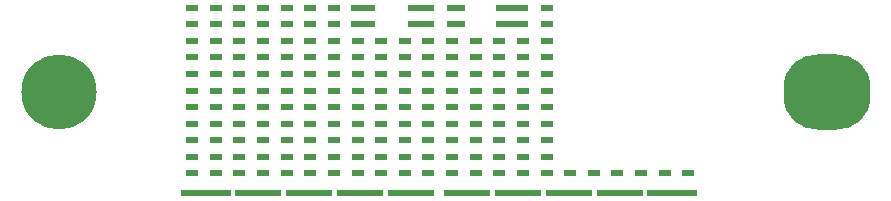
<source format=gbr>
%TF.GenerationSoftware,KiCad,Pcbnew,7.0.6*%
%TF.CreationDate,2023-08-28T17:18:35-05:00*%
%TF.ProjectId,TFPX_croc_stencil_1x2,54465058-5f63-4726-9f63-5f7374656e63,rev?*%
%TF.SameCoordinates,Original*%
%TF.FileFunction,Copper,L1,Top*%
%TF.FilePolarity,Positive*%
%FSLAX46Y46*%
G04 Gerber Fmt 4.6, Leading zero omitted, Abs format (unit mm)*
G04 Created by KiCad (PCBNEW 7.0.6) date 2023-08-28 17:18:35*
%MOMM*%
%LPD*%
G01*
G04 APERTURE LIST*
G04 Aperture macros list*
%AMRoundRect*
0 Rectangle with rounded corners*
0 $1 Rounding radius*
0 $2 $3 $4 $5 $6 $7 $8 $9 X,Y pos of 4 corners*
0 Add a 4 corners polygon primitive as box body*
4,1,4,$2,$3,$4,$5,$6,$7,$8,$9,$2,$3,0*
0 Add four circle primitives for the rounded corners*
1,1,$1+$1,$2,$3*
1,1,$1+$1,$4,$5*
1,1,$1+$1,$6,$7*
1,1,$1+$1,$8,$9*
0 Add four rect primitives between the rounded corners*
20,1,$1+$1,$2,$3,$4,$5,0*
20,1,$1+$1,$4,$5,$6,$7,0*
20,1,$1+$1,$6,$7,$8,$9,0*
20,1,$1+$1,$8,$9,$2,$3,0*%
G04 Aperture macros list end*
%TA.AperFunction,SMDPad,CuDef*%
%ADD10C,6.360000*%
%TD*%
%TA.AperFunction,SMDPad,CuDef*%
%ADD11R,1.000000X0.500000*%
%TD*%
%TA.AperFunction,SMDPad,CuDef*%
%ADD12R,4.200000X0.500000*%
%TD*%
%TA.AperFunction,SMDPad,CuDef*%
%ADD13R,4.000000X0.500000*%
%TD*%
%TA.AperFunction,SMDPad,CuDef*%
%ADD14R,2.000000X0.500000*%
%TD*%
%TA.AperFunction,SMDPad,CuDef*%
%ADD15R,2.200000X0.500000*%
%TD*%
%TA.AperFunction,SMDPad,CuDef*%
%ADD16R,1.600000X0.500000*%
%TD*%
%TA.AperFunction,SMDPad,CuDef*%
%ADD17R,2.800000X0.500000*%
%TD*%
%TA.AperFunction,SMDPad,CuDef*%
%ADD18RoundRect,2.862000X-0.818000X-0.318000X0.818000X-0.318000X0.818000X0.318000X-0.818000X0.318000X0*%
%TD*%
G04 APERTURE END LIST*
D10*
%TO.P,,1*%
%TO.N,N/C*%
X109964500Y-100890600D03*
D11*
%TO.P,,2*%
X121260000Y-107740000D03*
%TO.P,,3*%
X121260000Y-104940000D03*
%TO.P,,4*%
X121260000Y-106340000D03*
%TO.P,,5*%
X121260000Y-102140000D03*
%TO.P,,6*%
X121260000Y-103540000D03*
%TO.P,,7*%
X121260000Y-100740000D03*
%TO.P,,8*%
X121260000Y-97940000D03*
%TO.P,,9*%
X121260000Y-99340000D03*
%TO.P,,10*%
X121260000Y-95140000D03*
%TO.P,,11*%
X121260000Y-96540000D03*
%TO.P,,12*%
X121260000Y-93740000D03*
D12*
%TO.P,,13*%
X122460000Y-109440000D03*
D11*
%TO.P,,14*%
X123260000Y-107740000D03*
%TO.P,,15*%
X123260000Y-104940000D03*
%TO.P,,16*%
X123260000Y-106340000D03*
%TO.P,,17*%
X123260000Y-102140000D03*
%TO.P,,18*%
X123260000Y-103540000D03*
%TO.P,,19*%
X123260000Y-100740000D03*
%TO.P,,20*%
X123260000Y-97940000D03*
%TO.P,,21*%
X123260000Y-99340000D03*
%TO.P,,22*%
X123260000Y-95140000D03*
%TO.P,,23*%
X123260000Y-96540000D03*
%TO.P,,24*%
X123260000Y-93740000D03*
%TO.P,,25*%
X125260000Y-107740000D03*
%TO.P,,26*%
X125260000Y-104940000D03*
%TO.P,,27*%
X125260000Y-106340000D03*
%TO.P,,28*%
X125260000Y-102140000D03*
%TO.P,,29*%
X125260000Y-103540000D03*
%TO.P,,30*%
X125260000Y-100740000D03*
%TO.P,,31*%
X125260000Y-97940000D03*
%TO.P,,32*%
X125260000Y-99340000D03*
%TO.P,,33*%
X125260000Y-95140000D03*
%TO.P,,34*%
X125260000Y-96540000D03*
%TO.P,,35*%
X125260000Y-93740000D03*
D13*
%TO.P,,36*%
X126860000Y-109440000D03*
D11*
%TO.P,,37*%
X127260000Y-107740000D03*
%TO.P,,38*%
X127260000Y-104940000D03*
%TO.P,,39*%
X127260000Y-106340000D03*
%TO.P,,40*%
X127260000Y-102140000D03*
%TO.P,,41*%
X127260000Y-103540000D03*
%TO.P,,42*%
X127260000Y-100740000D03*
%TO.P,,43*%
X127260000Y-97940000D03*
%TO.P,,44*%
X127260000Y-99340000D03*
%TO.P,,45*%
X127260000Y-95140000D03*
%TO.P,,46*%
X127260000Y-96540000D03*
%TO.P,,47*%
X127260000Y-93740000D03*
%TO.P,,48*%
X129260000Y-107740000D03*
%TO.P,,49*%
X129260000Y-104940000D03*
%TO.P,,50*%
X129260000Y-106340000D03*
%TO.P,,51*%
X129260000Y-102140000D03*
%TO.P,,52*%
X129260000Y-103540000D03*
%TO.P,,53*%
X129260000Y-100740000D03*
%TO.P,,54*%
X129260000Y-97940000D03*
%TO.P,,55*%
X129260000Y-99340000D03*
%TO.P,,56*%
X129260000Y-95140000D03*
%TO.P,,57*%
X129260000Y-96540000D03*
%TO.P,,58*%
X129260000Y-93740000D03*
D13*
%TO.P,,59*%
X131160000Y-109440000D03*
D11*
%TO.P,,60*%
X131260000Y-107740000D03*
%TO.P,,61*%
X131260000Y-104940000D03*
%TO.P,,62*%
X131260000Y-106340000D03*
%TO.P,,63*%
X131260000Y-102140000D03*
%TO.P,,64*%
X131260000Y-103540000D03*
%TO.P,,65*%
X131260000Y-100740000D03*
%TO.P,,66*%
X131260000Y-97940000D03*
%TO.P,,67*%
X131260000Y-99340000D03*
%TO.P,,68*%
X131260000Y-95140000D03*
%TO.P,,69*%
X131260000Y-96540000D03*
%TO.P,,70*%
X131260000Y-93740000D03*
%TO.P,,71*%
X133260000Y-107740000D03*
%TO.P,,72*%
X133260000Y-104940000D03*
%TO.P,,73*%
X133260000Y-106340000D03*
%TO.P,,74*%
X133260000Y-102140000D03*
%TO.P,,75*%
X133260000Y-103540000D03*
%TO.P,,76*%
X133260000Y-100740000D03*
%TO.P,,77*%
X133260000Y-97940000D03*
%TO.P,,78*%
X133260000Y-99340000D03*
%TO.P,,79*%
X133260000Y-95140000D03*
%TO.P,,80*%
X133260000Y-96540000D03*
%TO.P,,81*%
X133260000Y-93740000D03*
%TO.P,,82*%
X135260000Y-107740000D03*
%TO.P,,83*%
X135260000Y-104940000D03*
%TO.P,,84*%
X135260000Y-106340000D03*
%TO.P,,85*%
X135260000Y-102140000D03*
%TO.P,,86*%
X135260000Y-103540000D03*
%TO.P,,87*%
X135260000Y-100740000D03*
%TO.P,,88*%
X135260000Y-97940000D03*
%TO.P,,89*%
X135260000Y-99340000D03*
%TO.P,,90*%
X135260000Y-96540000D03*
D14*
%TO.P,,91*%
X135760000Y-93740000D03*
D13*
%TO.P,,92*%
X135460000Y-109440000D03*
D11*
%TO.P,,93*%
X137260000Y-107740000D03*
%TO.P,,94*%
X137260000Y-104940000D03*
%TO.P,,95*%
X137260000Y-106340000D03*
%TO.P,,96*%
X137260000Y-102140000D03*
%TO.P,,97*%
X137260000Y-103540000D03*
%TO.P,,98*%
X137260000Y-100740000D03*
%TO.P,,99*%
X137260000Y-97940000D03*
%TO.P,,100*%
X137260000Y-99340000D03*
%TO.P,,101*%
X139260000Y-107740000D03*
%TO.P,,102*%
X139260000Y-104940000D03*
%TO.P,,103*%
X139260000Y-106340000D03*
%TO.P,,104*%
X139260000Y-102140000D03*
%TO.P,,105*%
X139260000Y-103540000D03*
%TO.P,,106*%
X139260000Y-100740000D03*
%TO.P,,107*%
X139260000Y-97940000D03*
%TO.P,,108*%
X139260000Y-99340000D03*
D14*
%TO.P,,109*%
X135760000Y-95140000D03*
D11*
%TO.P,,110*%
X139260000Y-96540000D03*
%TO.P,,111*%
X137260000Y-96540000D03*
D13*
%TO.P,,112*%
X139760000Y-109440000D03*
D11*
%TO.P,,113*%
X141260000Y-107740000D03*
%TO.P,,114*%
X141260000Y-104940000D03*
%TO.P,,115*%
X141260000Y-106340000D03*
%TO.P,,116*%
X141260000Y-102140000D03*
%TO.P,,117*%
X141260000Y-103540000D03*
%TO.P,,118*%
X141260000Y-100740000D03*
%TO.P,,119*%
X141260000Y-97940000D03*
%TO.P,,120*%
X141260000Y-99340000D03*
D15*
%TO.P,,121*%
X140660000Y-95140000D03*
D11*
%TO.P,,122*%
X141260000Y-96540000D03*
D15*
%TO.P,,123*%
X140660000Y-93740000D03*
D11*
%TO.P,,124*%
X143260000Y-107740000D03*
%TO.P,,125*%
X143260000Y-104940000D03*
%TO.P,,126*%
X143260000Y-106340000D03*
%TO.P,,127*%
X143260000Y-102140000D03*
%TO.P,,128*%
X143260000Y-103540000D03*
%TO.P,,129*%
X143260000Y-100740000D03*
%TO.P,,130*%
X143260000Y-97940000D03*
%TO.P,,131*%
X143260000Y-99340000D03*
D16*
%TO.P,,132*%
X143560000Y-95140000D03*
D11*
%TO.P,,133*%
X143260000Y-96540000D03*
D16*
%TO.P,,134*%
X143560000Y-93740000D03*
D13*
%TO.P,,135*%
X144560000Y-109440000D03*
D11*
%TO.P,,136*%
X145260000Y-107740000D03*
%TO.P,,137*%
X145260000Y-104940000D03*
%TO.P,,138*%
X145260000Y-106340000D03*
%TO.P,,139*%
X145260000Y-102140000D03*
%TO.P,,140*%
X145260000Y-103540000D03*
%TO.P,,141*%
X145260000Y-100740000D03*
%TO.P,,142*%
X145260000Y-97940000D03*
%TO.P,,143*%
X145260000Y-99340000D03*
D17*
%TO.P,,144*%
X148360000Y-95140000D03*
D11*
%TO.P,,145*%
X145260000Y-96540000D03*
%TO.P,,146*%
X147260000Y-96540000D03*
%TO.P,,147*%
X147260000Y-107740000D03*
%TO.P,,148*%
X147260000Y-104940000D03*
%TO.P,,149*%
X147260000Y-106340000D03*
%TO.P,,150*%
X147260000Y-102140000D03*
%TO.P,,151*%
X147260000Y-103540000D03*
%TO.P,,152*%
X147260000Y-100740000D03*
%TO.P,,153*%
X147260000Y-97940000D03*
%TO.P,,154*%
X147260000Y-99340000D03*
D13*
%TO.P,,155*%
X148860000Y-109440000D03*
D11*
%TO.P,,156*%
X149260000Y-107740000D03*
%TO.P,,157*%
X149260000Y-104940000D03*
%TO.P,,158*%
X149260000Y-106340000D03*
%TO.P,,159*%
X149260000Y-102140000D03*
%TO.P,,160*%
X149260000Y-103540000D03*
%TO.P,,161*%
X149260000Y-100740000D03*
%TO.P,,162*%
X149260000Y-97940000D03*
%TO.P,,163*%
X149260000Y-99340000D03*
%TO.P,,164*%
X149260000Y-96540000D03*
D17*
%TO.P,,165*%
X148360000Y-93740000D03*
D11*
%TO.P,,166*%
X151260000Y-107740000D03*
%TO.P,,167*%
X151260000Y-106340000D03*
%TO.P,,168*%
X151260000Y-104940000D03*
%TO.P,,169*%
X151260000Y-103540000D03*
%TO.P,,170*%
X151260000Y-102140000D03*
%TO.P,,171*%
X151260000Y-100740000D03*
%TO.P,,172*%
X151260000Y-99340000D03*
%TO.P,,173*%
X151260000Y-97940000D03*
%TO.P,,174*%
X151260000Y-96540000D03*
%TO.P,,175*%
X151260000Y-95140000D03*
%TO.P,,176*%
X151260000Y-93740000D03*
D13*
%TO.P,,177*%
X153160000Y-109440000D03*
D11*
%TO.P,,178*%
X153260000Y-107740000D03*
%TO.P,,179*%
X155260000Y-107740000D03*
%TO.P,,180*%
X157260000Y-107740000D03*
D13*
%TO.P,,181*%
X157460000Y-109440000D03*
D11*
%TO.P,,182*%
X159260000Y-107740000D03*
%TO.P,,183*%
X161260000Y-107740000D03*
D12*
%TO.P,,184*%
X161860000Y-109440000D03*
D11*
%TO.P,,185*%
X163260000Y-107740000D03*
D18*
%TO.P,,186*%
X174964500Y-100890600D03*
%TD*%
M02*

</source>
